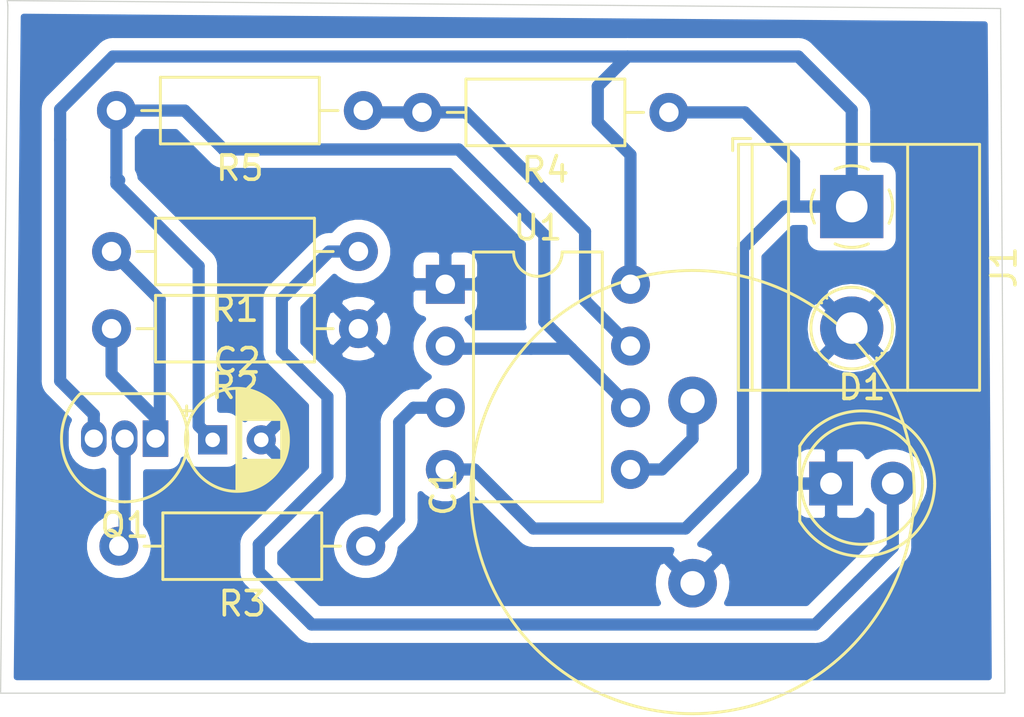
<source format=kicad_pcb>
(kicad_pcb (version 20171130) (host pcbnew "(5.1.12-5-g2758acfd42)-1")

  (general
    (thickness 1.6)
    (drawings 5)
    (tracks 83)
    (zones 0)
    (modules 11)
    (nets 8)
  )

  (page A4)
  (layers
    (0 F.Cu signal)
    (31 B.Cu signal)
    (32 B.Adhes user)
    (33 F.Adhes user)
    (34 B.Paste user)
    (35 F.Paste user)
    (36 B.SilkS user)
    (37 F.SilkS user)
    (38 B.Mask user)
    (39 F.Mask user)
    (40 Dwgs.User user)
    (41 Cmts.User user)
    (42 Eco1.User user)
    (43 Eco2.User user)
    (44 Edge.Cuts user)
    (45 Margin user)
    (46 B.CrtYd user)
    (47 F.CrtYd user)
    (48 B.Fab user)
    (49 F.Fab user)
  )

  (setup
    (last_trace_width 0.5)
    (trace_clearance 0.2)
    (zone_clearance 0.508)
    (zone_45_only no)
    (trace_min 0.2)
    (via_size 0.8)
    (via_drill 0.4)
    (via_min_size 0.4)
    (via_min_drill 0.3)
    (uvia_size 0.3)
    (uvia_drill 0.1)
    (uvias_allowed no)
    (uvia_min_size 0.2)
    (uvia_min_drill 0.1)
    (edge_width 0.05)
    (segment_width 0.2)
    (pcb_text_width 0.3)
    (pcb_text_size 1.5 1.5)
    (mod_edge_width 0.12)
    (mod_text_size 1 1)
    (mod_text_width 0.15)
    (pad_size 1.524 1.524)
    (pad_drill 0.762)
    (pad_to_mask_clearance 0)
    (aux_axis_origin 0 0)
    (visible_elements FFFFFF7F)
    (pcbplotparams
      (layerselection 0x010fc_ffffffff)
      (usegerberextensions false)
      (usegerberattributes true)
      (usegerberadvancedattributes true)
      (creategerberjobfile true)
      (excludeedgelayer true)
      (linewidth 0.100000)
      (plotframeref false)
      (viasonmask false)
      (mode 1)
      (useauxorigin false)
      (hpglpennumber 1)
      (hpglpenspeed 20)
      (hpglpendiameter 15.000000)
      (psnegative false)
      (psa4output false)
      (plotreference true)
      (plotvalue true)
      (plotinvisibletext false)
      (padsonsilk false)
      (subtractmaskfromsilk false)
      (outputformat 1)
      (mirror false)
      (drillshape 0)
      (scaleselection 1)
      (outputdirectory "pcbpoweralive/"))
  )

  (net 0 "")
  (net 1 GND)
  (net 2 +5V)
  (net 3 "Net-(D1-Pad2)")
  (net 4 "Net-(Q1-Pad2)")
  (net 5 "Net-(Q1-Pad1)")
  (net 6 "Net-(R3-Pad1)")
  (net 7 "Net-(R4-Pad2)")

  (net_class Default "This is the default net class."
    (clearance 0.2)
    (trace_width 0.5)
    (via_dia 0.8)
    (via_drill 0.4)
    (uvia_dia 0.3)
    (uvia_drill 0.1)
    (add_net +5V)
    (add_net GND)
    (add_net "Net-(D1-Pad2)")
    (add_net "Net-(Q1-Pad1)")
    (add_net "Net-(Q1-Pad2)")
    (add_net "Net-(R3-Pad1)")
    (add_net "Net-(R4-Pad2)")
  )

  (module Package_DIP:DIP-8_W7.62mm (layer F.Cu) (tedit 5A02E8C5) (tstamp 6449A68E)
    (at 212.45 98.65)
    (descr "8-lead though-hole mounted DIP package, row spacing 7.62 mm (300 mils)")
    (tags "THT DIP DIL PDIP 2.54mm 7.62mm 300mil")
    (path /64493256)
    (fp_text reference U1 (at 3.81 -2.33) (layer F.SilkS)
      (effects (font (size 1 1) (thickness 0.15)))
    )
    (fp_text value NE555P (at 3.81 9.95) (layer F.Fab)
      (effects (font (size 1 1) (thickness 0.15)))
    )
    (fp_text user %R (at 3.81 3.81) (layer F.Fab)
      (effects (font (size 1 1) (thickness 0.15)))
    )
    (fp_arc (start 3.81 -1.33) (end 2.81 -1.33) (angle -180) (layer F.SilkS) (width 0.12))
    (fp_line (start 1.635 -1.27) (end 6.985 -1.27) (layer F.Fab) (width 0.1))
    (fp_line (start 6.985 -1.27) (end 6.985 8.89) (layer F.Fab) (width 0.1))
    (fp_line (start 6.985 8.89) (end 0.635 8.89) (layer F.Fab) (width 0.1))
    (fp_line (start 0.635 8.89) (end 0.635 -0.27) (layer F.Fab) (width 0.1))
    (fp_line (start 0.635 -0.27) (end 1.635 -1.27) (layer F.Fab) (width 0.1))
    (fp_line (start 2.81 -1.33) (end 1.16 -1.33) (layer F.SilkS) (width 0.12))
    (fp_line (start 1.16 -1.33) (end 1.16 8.95) (layer F.SilkS) (width 0.12))
    (fp_line (start 1.16 8.95) (end 6.46 8.95) (layer F.SilkS) (width 0.12))
    (fp_line (start 6.46 8.95) (end 6.46 -1.33) (layer F.SilkS) (width 0.12))
    (fp_line (start 6.46 -1.33) (end 4.81 -1.33) (layer F.SilkS) (width 0.12))
    (fp_line (start -1.1 -1.55) (end -1.1 9.15) (layer F.CrtYd) (width 0.05))
    (fp_line (start -1.1 9.15) (end 8.7 9.15) (layer F.CrtYd) (width 0.05))
    (fp_line (start 8.7 9.15) (end 8.7 -1.55) (layer F.CrtYd) (width 0.05))
    (fp_line (start 8.7 -1.55) (end -1.1 -1.55) (layer F.CrtYd) (width 0.05))
    (pad 8 thru_hole oval (at 7.62 0) (size 1.6 1.6) (drill 0.8) (layers *.Cu *.Mask)
      (net 2 +5V))
    (pad 4 thru_hole oval (at 0 7.62) (size 1.6 1.6) (drill 0.8) (layers *.Cu *.Mask)
      (net 2 +5V))
    (pad 7 thru_hole oval (at 7.62 2.54) (size 1.6 1.6) (drill 0.8) (layers *.Cu *.Mask)
      (net 7 "Net-(R4-Pad2)"))
    (pad 3 thru_hole oval (at 0 5.08) (size 1.6 1.6) (drill 0.8) (layers *.Cu *.Mask)
      (net 6 "Net-(R3-Pad1)"))
    (pad 6 thru_hole oval (at 7.62 5.08) (size 1.6 1.6) (drill 0.8) (layers *.Cu *.Mask)
      (net 2 +5V))
    (pad 2 thru_hole oval (at 0 2.54) (size 1.6 1.6) (drill 0.8) (layers *.Cu *.Mask)
      (net 2 +5V))
    (pad 5 thru_hole oval (at 7.62 7.62) (size 1.6 1.6) (drill 0.8) (layers *.Cu *.Mask)
      (net 2 +5V))
    (pad 1 thru_hole rect (at 0 0) (size 1.6 1.6) (drill 0.8) (layers *.Cu *.Mask)
      (net 1 GND))
    (model ${KISYS3DMOD}/Package_DIP.3dshapes/DIP-8_W7.62mm.wrl
      (at (xyz 0 0 0))
      (scale (xyz 1 1 1))
      (rotate (xyz 0 0 0))
    )
  )

  (module Resistor_THT:R_Axial_DIN0207_L6.3mm_D2.5mm_P10.16mm_Horizontal (layer F.Cu) (tedit 5AE5139B) (tstamp 6449A62D)
    (at 208.875 100.475 180)
    (descr "Resistor, Axial_DIN0207 series, Axial, Horizontal, pin pitch=10.16mm, 0.25W = 1/4W, length*diameter=6.3*2.5mm^2, http://cdn-reichelt.de/documents/datenblatt/B400/1_4W%23YAG.pdf")
    (tags "Resistor Axial_DIN0207 series Axial Horizontal pin pitch 10.16mm 0.25W = 1/4W length 6.3mm diameter 2.5mm")
    (path /644AD1FD)
    (fp_text reference R2 (at 5.08 -2.37) (layer F.SilkS)
      (effects (font (size 1 1) (thickness 0.15)))
    )
    (fp_text value 22 (at 5.08 2.37) (layer F.Fab)
      (effects (font (size 1 1) (thickness 0.15)))
    )
    (fp_line (start 11.21 -1.5) (end -1.05 -1.5) (layer F.CrtYd) (width 0.05))
    (fp_line (start 11.21 1.5) (end 11.21 -1.5) (layer F.CrtYd) (width 0.05))
    (fp_line (start -1.05 1.5) (end 11.21 1.5) (layer F.CrtYd) (width 0.05))
    (fp_line (start -1.05 -1.5) (end -1.05 1.5) (layer F.CrtYd) (width 0.05))
    (fp_line (start 9.12 0) (end 8.35 0) (layer F.SilkS) (width 0.12))
    (fp_line (start 1.04 0) (end 1.81 0) (layer F.SilkS) (width 0.12))
    (fp_line (start 8.35 -1.37) (end 1.81 -1.37) (layer F.SilkS) (width 0.12))
    (fp_line (start 8.35 1.37) (end 8.35 -1.37) (layer F.SilkS) (width 0.12))
    (fp_line (start 1.81 1.37) (end 8.35 1.37) (layer F.SilkS) (width 0.12))
    (fp_line (start 1.81 -1.37) (end 1.81 1.37) (layer F.SilkS) (width 0.12))
    (fp_line (start 10.16 0) (end 8.23 0) (layer F.Fab) (width 0.1))
    (fp_line (start 0 0) (end 1.93 0) (layer F.Fab) (width 0.1))
    (fp_line (start 8.23 -1.25) (end 1.93 -1.25) (layer F.Fab) (width 0.1))
    (fp_line (start 8.23 1.25) (end 8.23 -1.25) (layer F.Fab) (width 0.1))
    (fp_line (start 1.93 1.25) (end 8.23 1.25) (layer F.Fab) (width 0.1))
    (fp_line (start 1.93 -1.25) (end 1.93 1.25) (layer F.Fab) (width 0.1))
    (fp_text user %R (at 5.08 0) (layer F.Fab)
      (effects (font (size 1 1) (thickness 0.15)))
    )
    (pad 1 thru_hole circle (at 0 0 180) (size 1.6 1.6) (drill 0.8) (layers *.Cu *.Mask)
      (net 1 GND))
    (pad 2 thru_hole oval (at 10.16 0 180) (size 1.6 1.6) (drill 0.8) (layers *.Cu *.Mask)
      (net 5 "Net-(Q1-Pad1)"))
    (model ${KISYS3DMOD}/Resistor_THT.3dshapes/R_Axial_DIN0207_L6.3mm_D2.5mm_P10.16mm_Horizontal.wrl
      (at (xyz 0 0 0))
      (scale (xyz 1 1 1))
      (rotate (xyz 0 0 0))
    )
  )

  (module Resistor_THT:R_Axial_DIN0207_L6.3mm_D2.5mm_P10.16mm_Horizontal (layer F.Cu) (tedit 5AE5139B) (tstamp 6449A672)
    (at 209.075 91.5 180)
    (descr "Resistor, Axial_DIN0207 series, Axial, Horizontal, pin pitch=10.16mm, 0.25W = 1/4W, length*diameter=6.3*2.5mm^2, http://cdn-reichelt.de/documents/datenblatt/B400/1_4W%23YAG.pdf")
    (tags "Resistor Axial_DIN0207 series Axial Horizontal pin pitch 10.16mm 0.25W = 1/4W length 6.3mm diameter 2.5mm")
    (path /64494DA2)
    (fp_text reference R5 (at 5.08 -2.37) (layer F.SilkS)
      (effects (font (size 1 1) (thickness 0.15)))
    )
    (fp_text value 33K (at 5.08 2.37) (layer F.Fab)
      (effects (font (size 1 1) (thickness 0.15)))
    )
    (fp_line (start 11.21 -1.5) (end -1.05 -1.5) (layer F.CrtYd) (width 0.05))
    (fp_line (start 11.21 1.5) (end 11.21 -1.5) (layer F.CrtYd) (width 0.05))
    (fp_line (start -1.05 1.5) (end 11.21 1.5) (layer F.CrtYd) (width 0.05))
    (fp_line (start -1.05 -1.5) (end -1.05 1.5) (layer F.CrtYd) (width 0.05))
    (fp_line (start 9.12 0) (end 8.35 0) (layer F.SilkS) (width 0.12))
    (fp_line (start 1.04 0) (end 1.81 0) (layer F.SilkS) (width 0.12))
    (fp_line (start 8.35 -1.37) (end 1.81 -1.37) (layer F.SilkS) (width 0.12))
    (fp_line (start 8.35 1.37) (end 8.35 -1.37) (layer F.SilkS) (width 0.12))
    (fp_line (start 1.81 1.37) (end 8.35 1.37) (layer F.SilkS) (width 0.12))
    (fp_line (start 1.81 -1.37) (end 1.81 1.37) (layer F.SilkS) (width 0.12))
    (fp_line (start 10.16 0) (end 8.23 0) (layer F.Fab) (width 0.1))
    (fp_line (start 0 0) (end 1.93 0) (layer F.Fab) (width 0.1))
    (fp_line (start 8.23 -1.25) (end 1.93 -1.25) (layer F.Fab) (width 0.1))
    (fp_line (start 8.23 1.25) (end 8.23 -1.25) (layer F.Fab) (width 0.1))
    (fp_line (start 1.93 1.25) (end 8.23 1.25) (layer F.Fab) (width 0.1))
    (fp_line (start 1.93 -1.25) (end 1.93 1.25) (layer F.Fab) (width 0.1))
    (fp_text user %R (at 5.08 0) (layer F.Fab)
      (effects (font (size 1 1) (thickness 0.15)))
    )
    (pad 1 thru_hole circle (at 0 0 180) (size 1.6 1.6) (drill 0.8) (layers *.Cu *.Mask)
      (net 7 "Net-(R4-Pad2)"))
    (pad 2 thru_hole oval (at 10.16 0 180) (size 1.6 1.6) (drill 0.8) (layers *.Cu *.Mask)
      (net 2 +5V))
    (model ${KISYS3DMOD}/Resistor_THT.3dshapes/R_Axial_DIN0207_L6.3mm_D2.5mm_P10.16mm_Horizontal.wrl
      (at (xyz 0 0 0))
      (scale (xyz 1 1 1))
      (rotate (xyz 0 0 0))
    )
  )

  (module LED_THT:LED_D5.0mm (layer F.Cu) (tedit 5995936A) (tstamp 6449A5C1)
    (at 228.325 106.85)
    (descr "LED, diameter 5.0mm, 2 pins, http://cdn-reichelt.de/documents/datenblatt/A500/LL-504BC2E-009.pdf")
    (tags "LED diameter 5.0mm 2 pins")
    (path /644AEE73)
    (fp_text reference D1 (at 1.27 -3.96) (layer F.SilkS)
      (effects (font (size 1 1) (thickness 0.15)))
    )
    (fp_text value LED (at 1.27 3.96) (layer F.Fab)
      (effects (font (size 1 1) (thickness 0.15)))
    )
    (fp_line (start 4.5 -3.25) (end -1.95 -3.25) (layer F.CrtYd) (width 0.05))
    (fp_line (start 4.5 3.25) (end 4.5 -3.25) (layer F.CrtYd) (width 0.05))
    (fp_line (start -1.95 3.25) (end 4.5 3.25) (layer F.CrtYd) (width 0.05))
    (fp_line (start -1.95 -3.25) (end -1.95 3.25) (layer F.CrtYd) (width 0.05))
    (fp_line (start -1.29 -1.545) (end -1.29 1.545) (layer F.SilkS) (width 0.12))
    (fp_line (start -1.23 -1.469694) (end -1.23 1.469694) (layer F.Fab) (width 0.1))
    (fp_circle (center 1.27 0) (end 3.77 0) (layer F.SilkS) (width 0.12))
    (fp_circle (center 1.27 0) (end 3.77 0) (layer F.Fab) (width 0.1))
    (fp_arc (start 1.27 0) (end -1.23 -1.469694) (angle 299.1) (layer F.Fab) (width 0.1))
    (fp_arc (start 1.27 0) (end -1.29 -1.54483) (angle 148.9) (layer F.SilkS) (width 0.12))
    (fp_arc (start 1.27 0) (end -1.29 1.54483) (angle -148.9) (layer F.SilkS) (width 0.12))
    (fp_text user %R (at 1.25 0) (layer F.Fab)
      (effects (font (size 0.8 0.8) (thickness 0.2)))
    )
    (pad 1 thru_hole rect (at 0 0) (size 1.8 1.8) (drill 0.9) (layers *.Cu *.Mask)
      (net 1 GND))
    (pad 2 thru_hole circle (at 2.54 0) (size 1.8 1.8) (drill 0.9) (layers *.Cu *.Mask)
      (net 3 "Net-(D1-Pad2)"))
    (model ${KISYS3DMOD}/LED_THT.3dshapes/LED_D5.0mm.wrl
      (at (xyz 0 0 0))
      (scale (xyz 1 1 1))
      (rotate (xyz 0 0 0))
    )
  )

  (module TerminalBlock_Phoenix:TerminalBlock_Phoenix_MKDS-1,5-2_1x02_P5.00mm_Horizontal (layer F.Cu) (tedit 5B294EE5) (tstamp 6449A5ED)
    (at 229.175 95.45 270)
    (descr "Terminal Block Phoenix MKDS-1,5-2, 2 pins, pitch 5mm, size 10x9.8mm^2, drill diamater 1.3mm, pad diameter 2.6mm, see http://www.farnell.com/datasheets/100425.pdf, script-generated using https://github.com/pointhi/kicad-footprint-generator/scripts/TerminalBlock_Phoenix")
    (tags "THT Terminal Block Phoenix MKDS-1,5-2 pitch 5mm size 10x9.8mm^2 drill 1.3mm pad 2.6mm")
    (path /644B5CF5)
    (fp_text reference J1 (at 2.5 -6.26 90) (layer F.SilkS)
      (effects (font (size 1 1) (thickness 0.15)))
    )
    (fp_text value Screw_Terminal_01x02 (at 2.5 5.66 90) (layer F.Fab)
      (effects (font (size 1 1) (thickness 0.15)))
    )
    (fp_line (start 8 -5.71) (end -3 -5.71) (layer F.CrtYd) (width 0.05))
    (fp_line (start 8 5.1) (end 8 -5.71) (layer F.CrtYd) (width 0.05))
    (fp_line (start -3 5.1) (end 8 5.1) (layer F.CrtYd) (width 0.05))
    (fp_line (start -3 -5.71) (end -3 5.1) (layer F.CrtYd) (width 0.05))
    (fp_line (start -2.8 4.9) (end -2.3 4.9) (layer F.SilkS) (width 0.12))
    (fp_line (start -2.8 4.16) (end -2.8 4.9) (layer F.SilkS) (width 0.12))
    (fp_line (start 3.773 1.023) (end 3.726 1.069) (layer F.SilkS) (width 0.12))
    (fp_line (start 6.07 -1.275) (end 6.035 -1.239) (layer F.SilkS) (width 0.12))
    (fp_line (start 3.966 1.239) (end 3.931 1.274) (layer F.SilkS) (width 0.12))
    (fp_line (start 6.275 -1.069) (end 6.228 -1.023) (layer F.SilkS) (width 0.12))
    (fp_line (start 5.955 -1.138) (end 3.863 0.955) (layer F.Fab) (width 0.1))
    (fp_line (start 6.138 -0.955) (end 4.046 1.138) (layer F.Fab) (width 0.1))
    (fp_line (start 0.955 -1.138) (end -1.138 0.955) (layer F.Fab) (width 0.1))
    (fp_line (start 1.138 -0.955) (end -0.955 1.138) (layer F.Fab) (width 0.1))
    (fp_line (start 7.56 -5.261) (end 7.56 4.66) (layer F.SilkS) (width 0.12))
    (fp_line (start -2.56 -5.261) (end -2.56 4.66) (layer F.SilkS) (width 0.12))
    (fp_line (start -2.56 4.66) (end 7.56 4.66) (layer F.SilkS) (width 0.12))
    (fp_line (start -2.56 -5.261) (end 7.56 -5.261) (layer F.SilkS) (width 0.12))
    (fp_line (start -2.56 -2.301) (end 7.56 -2.301) (layer F.SilkS) (width 0.12))
    (fp_line (start -2.5 -2.3) (end 7.5 -2.3) (layer F.Fab) (width 0.1))
    (fp_line (start -2.56 2.6) (end 7.56 2.6) (layer F.SilkS) (width 0.12))
    (fp_line (start -2.5 2.6) (end 7.5 2.6) (layer F.Fab) (width 0.1))
    (fp_line (start -2.56 4.1) (end 7.56 4.1) (layer F.SilkS) (width 0.12))
    (fp_line (start -2.5 4.1) (end 7.5 4.1) (layer F.Fab) (width 0.1))
    (fp_line (start -2.5 4.1) (end -2.5 -5.2) (layer F.Fab) (width 0.1))
    (fp_line (start -2 4.6) (end -2.5 4.1) (layer F.Fab) (width 0.1))
    (fp_line (start 7.5 4.6) (end -2 4.6) (layer F.Fab) (width 0.1))
    (fp_line (start 7.5 -5.2) (end 7.5 4.6) (layer F.Fab) (width 0.1))
    (fp_line (start -2.5 -5.2) (end 7.5 -5.2) (layer F.Fab) (width 0.1))
    (fp_circle (center 5 0) (end 6.68 0) (layer F.SilkS) (width 0.12))
    (fp_circle (center 5 0) (end 6.5 0) (layer F.Fab) (width 0.1))
    (fp_circle (center 0 0) (end 1.5 0) (layer F.Fab) (width 0.1))
    (fp_arc (start 0 0) (end 0 1.68) (angle -24) (layer F.SilkS) (width 0.12))
    (fp_arc (start 0 0) (end 1.535 0.684) (angle -48) (layer F.SilkS) (width 0.12))
    (fp_arc (start 0 0) (end 0.684 -1.535) (angle -48) (layer F.SilkS) (width 0.12))
    (fp_arc (start 0 0) (end -1.535 -0.684) (angle -48) (layer F.SilkS) (width 0.12))
    (fp_arc (start 0 0) (end -0.684 1.535) (angle -25) (layer F.SilkS) (width 0.12))
    (fp_text user %R (at 2.5 3.2 90) (layer F.Fab)
      (effects (font (size 1 1) (thickness 0.15)))
    )
    (pad 1 thru_hole rect (at 0 0 270) (size 2.6 2.6) (drill 1.3) (layers *.Cu *.Mask)
      (net 2 +5V))
    (pad 2 thru_hole circle (at 5 0 270) (size 2.6 2.6) (drill 1.3) (layers *.Cu *.Mask)
      (net 1 GND))
    (model ${KISYS3DMOD}/TerminalBlock_Phoenix.3dshapes/TerminalBlock_Phoenix_MKDS-1,5-2_1x02_P5.00mm_Horizontal.wrl
      (at (xyz 0 0 0))
      (scale (xyz 1 1 1))
      (rotate (xyz 0 0 0))
    )
  )

  (module Package_TO_SOT_THT:TO-92_Inline (layer F.Cu) (tedit 5A1DD157) (tstamp 6449A5FF)
    (at 200.525 105 180)
    (descr "TO-92 leads in-line, narrow, oval pads, drill 0.75mm (see NXP sot054_po.pdf)")
    (tags "to-92 sc-43 sc-43a sot54 PA33 transistor")
    (path /644A561A)
    (fp_text reference Q1 (at 1.27 -3.56) (layer F.SilkS)
      (effects (font (size 1 1) (thickness 0.15)))
    )
    (fp_text value BC327 (at 1.27 2.79) (layer F.Fab)
      (effects (font (size 1 1) (thickness 0.15)))
    )
    (fp_line (start 4 2.01) (end -1.46 2.01) (layer F.CrtYd) (width 0.05))
    (fp_line (start 4 2.01) (end 4 -2.73) (layer F.CrtYd) (width 0.05))
    (fp_line (start -1.46 -2.73) (end -1.46 2.01) (layer F.CrtYd) (width 0.05))
    (fp_line (start -1.46 -2.73) (end 4 -2.73) (layer F.CrtYd) (width 0.05))
    (fp_line (start -0.5 1.75) (end 3 1.75) (layer F.Fab) (width 0.1))
    (fp_line (start -0.53 1.85) (end 3.07 1.85) (layer F.SilkS) (width 0.12))
    (fp_text user %R (at 1.27 0) (layer F.Fab)
      (effects (font (size 1 1) (thickness 0.15)))
    )
    (fp_arc (start 1.27 0) (end 1.27 -2.48) (angle 135) (layer F.Fab) (width 0.1))
    (fp_arc (start 1.27 0) (end 1.27 -2.6) (angle -135) (layer F.SilkS) (width 0.12))
    (fp_arc (start 1.27 0) (end 1.27 -2.48) (angle -135) (layer F.Fab) (width 0.1))
    (fp_arc (start 1.27 0) (end 1.27 -2.6) (angle 135) (layer F.SilkS) (width 0.12))
    (pad 2 thru_hole oval (at 1.27 0 180) (size 1.05 1.5) (drill 0.75) (layers *.Cu *.Mask)
      (net 4 "Net-(Q1-Pad2)"))
    (pad 3 thru_hole oval (at 2.54 0 180) (size 1.05 1.5) (drill 0.75) (layers *.Cu *.Mask)
      (net 2 +5V))
    (pad 1 thru_hole rect (at 0 0 180) (size 1.05 1.5) (drill 0.75) (layers *.Cu *.Mask)
      (net 5 "Net-(Q1-Pad1)"))
    (model ${KISYS3DMOD}/Package_TO_SOT_THT.3dshapes/TO-92_Inline.wrl
      (at (xyz 0 0 0))
      (scale (xyz 1 1 1))
      (rotate (xyz 0 0 0))
    )
  )

  (module Resistor_THT:R_Axial_DIN0207_L6.3mm_D2.5mm_P10.16mm_Horizontal (layer F.Cu) (tedit 5AE5139B) (tstamp 6449A616)
    (at 208.875 97.3 180)
    (descr "Resistor, Axial_DIN0207 series, Axial, Horizontal, pin pitch=10.16mm, 0.25W = 1/4W, length*diameter=6.3*2.5mm^2, http://cdn-reichelt.de/documents/datenblatt/B400/1_4W%23YAG.pdf")
    (tags "Resistor Axial_DIN0207 series Axial Horizontal pin pitch 10.16mm 0.25W = 1/4W length 6.3mm diameter 2.5mm")
    (path /644ACAF1)
    (fp_text reference R1 (at 5.08 -2.37) (layer F.SilkS)
      (effects (font (size 1 1) (thickness 0.15)))
    )
    (fp_text value 390 (at 5.08 2.37) (layer F.Fab)
      (effects (font (size 1 1) (thickness 0.15)))
    )
    (fp_text user %R (at 5.08 0) (layer F.Fab)
      (effects (font (size 1 1) (thickness 0.15)))
    )
    (fp_line (start 1.93 -1.25) (end 1.93 1.25) (layer F.Fab) (width 0.1))
    (fp_line (start 1.93 1.25) (end 8.23 1.25) (layer F.Fab) (width 0.1))
    (fp_line (start 8.23 1.25) (end 8.23 -1.25) (layer F.Fab) (width 0.1))
    (fp_line (start 8.23 -1.25) (end 1.93 -1.25) (layer F.Fab) (width 0.1))
    (fp_line (start 0 0) (end 1.93 0) (layer F.Fab) (width 0.1))
    (fp_line (start 10.16 0) (end 8.23 0) (layer F.Fab) (width 0.1))
    (fp_line (start 1.81 -1.37) (end 1.81 1.37) (layer F.SilkS) (width 0.12))
    (fp_line (start 1.81 1.37) (end 8.35 1.37) (layer F.SilkS) (width 0.12))
    (fp_line (start 8.35 1.37) (end 8.35 -1.37) (layer F.SilkS) (width 0.12))
    (fp_line (start 8.35 -1.37) (end 1.81 -1.37) (layer F.SilkS) (width 0.12))
    (fp_line (start 1.04 0) (end 1.81 0) (layer F.SilkS) (width 0.12))
    (fp_line (start 9.12 0) (end 8.35 0) (layer F.SilkS) (width 0.12))
    (fp_line (start -1.05 -1.5) (end -1.05 1.5) (layer F.CrtYd) (width 0.05))
    (fp_line (start -1.05 1.5) (end 11.21 1.5) (layer F.CrtYd) (width 0.05))
    (fp_line (start 11.21 1.5) (end 11.21 -1.5) (layer F.CrtYd) (width 0.05))
    (fp_line (start 11.21 -1.5) (end -1.05 -1.5) (layer F.CrtYd) (width 0.05))
    (pad 2 thru_hole oval (at 10.16 0 180) (size 1.6 1.6) (drill 0.8) (layers *.Cu *.Mask)
      (net 5 "Net-(Q1-Pad1)"))
    (pad 1 thru_hole circle (at 0 0 180) (size 1.6 1.6) (drill 0.8) (layers *.Cu *.Mask)
      (net 3 "Net-(D1-Pad2)"))
    (model ${KISYS3DMOD}/Resistor_THT.3dshapes/R_Axial_DIN0207_L6.3mm_D2.5mm_P10.16mm_Horizontal.wrl
      (at (xyz 0 0 0))
      (scale (xyz 1 1 1))
      (rotate (xyz 0 0 0))
    )
  )

  (module Resistor_THT:R_Axial_DIN0207_L6.3mm_D2.5mm_P10.16mm_Horizontal (layer F.Cu) (tedit 5AE5139B) (tstamp 6449A644)
    (at 209.175 109.425 180)
    (descr "Resistor, Axial_DIN0207 series, Axial, Horizontal, pin pitch=10.16mm, 0.25W = 1/4W, length*diameter=6.3*2.5mm^2, http://cdn-reichelt.de/documents/datenblatt/B400/1_4W%23YAG.pdf")
    (tags "Resistor Axial_DIN0207 series Axial Horizontal pin pitch 10.16mm 0.25W = 1/4W length 6.3mm diameter 2.5mm")
    (path /64495705)
    (fp_text reference R3 (at 5.08 -2.37) (layer F.SilkS)
      (effects (font (size 1 1) (thickness 0.15)))
    )
    (fp_text value 1K (at 5.08 2.37) (layer F.Fab)
      (effects (font (size 1 1) (thickness 0.15)))
    )
    (fp_line (start 11.21 -1.5) (end -1.05 -1.5) (layer F.CrtYd) (width 0.05))
    (fp_line (start 11.21 1.5) (end 11.21 -1.5) (layer F.CrtYd) (width 0.05))
    (fp_line (start -1.05 1.5) (end 11.21 1.5) (layer F.CrtYd) (width 0.05))
    (fp_line (start -1.05 -1.5) (end -1.05 1.5) (layer F.CrtYd) (width 0.05))
    (fp_line (start 9.12 0) (end 8.35 0) (layer F.SilkS) (width 0.12))
    (fp_line (start 1.04 0) (end 1.81 0) (layer F.SilkS) (width 0.12))
    (fp_line (start 8.35 -1.37) (end 1.81 -1.37) (layer F.SilkS) (width 0.12))
    (fp_line (start 8.35 1.37) (end 8.35 -1.37) (layer F.SilkS) (width 0.12))
    (fp_line (start 1.81 1.37) (end 8.35 1.37) (layer F.SilkS) (width 0.12))
    (fp_line (start 1.81 -1.37) (end 1.81 1.37) (layer F.SilkS) (width 0.12))
    (fp_line (start 10.16 0) (end 8.23 0) (layer F.Fab) (width 0.1))
    (fp_line (start 0 0) (end 1.93 0) (layer F.Fab) (width 0.1))
    (fp_line (start 8.23 -1.25) (end 1.93 -1.25) (layer F.Fab) (width 0.1))
    (fp_line (start 8.23 1.25) (end 8.23 -1.25) (layer F.Fab) (width 0.1))
    (fp_line (start 1.93 1.25) (end 8.23 1.25) (layer F.Fab) (width 0.1))
    (fp_line (start 1.93 -1.25) (end 1.93 1.25) (layer F.Fab) (width 0.1))
    (fp_text user %R (at 5.08 0) (layer F.Fab)
      (effects (font (size 1 1) (thickness 0.15)))
    )
    (pad 1 thru_hole circle (at 0 0 180) (size 1.6 1.6) (drill 0.8) (layers *.Cu *.Mask)
      (net 6 "Net-(R3-Pad1)"))
    (pad 2 thru_hole oval (at 10.16 0 180) (size 1.6 1.6) (drill 0.8) (layers *.Cu *.Mask)
      (net 4 "Net-(Q1-Pad2)"))
    (model ${KISYS3DMOD}/Resistor_THT.3dshapes/R_Axial_DIN0207_L6.3mm_D2.5mm_P10.16mm_Horizontal.wrl
      (at (xyz 0 0 0))
      (scale (xyz 1 1 1))
      (rotate (xyz 0 0 0))
    )
  )

  (module Resistor_THT:R_Axial_DIN0207_L6.3mm_D2.5mm_P10.16mm_Horizontal (layer F.Cu) (tedit 5AE5139B) (tstamp 6449A65B)
    (at 221.65 91.575 180)
    (descr "Resistor, Axial_DIN0207 series, Axial, Horizontal, pin pitch=10.16mm, 0.25W = 1/4W, length*diameter=6.3*2.5mm^2, http://cdn-reichelt.de/documents/datenblatt/B400/1_4W%23YAG.pdf")
    (tags "Resistor Axial_DIN0207 series Axial Horizontal pin pitch 10.16mm 0.25W = 1/4W length 6.3mm diameter 2.5mm")
    (path /64493F50)
    (fp_text reference R4 (at 5.08 -2.37) (layer F.SilkS)
      (effects (font (size 1 1) (thickness 0.15)))
    )
    (fp_text value 220K (at 5.08 2.37) (layer F.Fab)
      (effects (font (size 1 1) (thickness 0.15)))
    )
    (fp_line (start 11.21 -1.5) (end -1.05 -1.5) (layer F.CrtYd) (width 0.05))
    (fp_line (start 11.21 1.5) (end 11.21 -1.5) (layer F.CrtYd) (width 0.05))
    (fp_line (start -1.05 1.5) (end 11.21 1.5) (layer F.CrtYd) (width 0.05))
    (fp_line (start -1.05 -1.5) (end -1.05 1.5) (layer F.CrtYd) (width 0.05))
    (fp_line (start 9.12 0) (end 8.35 0) (layer F.SilkS) (width 0.12))
    (fp_line (start 1.04 0) (end 1.81 0) (layer F.SilkS) (width 0.12))
    (fp_line (start 8.35 -1.37) (end 1.81 -1.37) (layer F.SilkS) (width 0.12))
    (fp_line (start 8.35 1.37) (end 8.35 -1.37) (layer F.SilkS) (width 0.12))
    (fp_line (start 1.81 1.37) (end 8.35 1.37) (layer F.SilkS) (width 0.12))
    (fp_line (start 1.81 -1.37) (end 1.81 1.37) (layer F.SilkS) (width 0.12))
    (fp_line (start 10.16 0) (end 8.23 0) (layer F.Fab) (width 0.1))
    (fp_line (start 0 0) (end 1.93 0) (layer F.Fab) (width 0.1))
    (fp_line (start 8.23 -1.25) (end 1.93 -1.25) (layer F.Fab) (width 0.1))
    (fp_line (start 8.23 1.25) (end 8.23 -1.25) (layer F.Fab) (width 0.1))
    (fp_line (start 1.93 1.25) (end 8.23 1.25) (layer F.Fab) (width 0.1))
    (fp_line (start 1.93 -1.25) (end 1.93 1.25) (layer F.Fab) (width 0.1))
    (fp_text user %R (at 5.08 0) (layer F.Fab)
      (effects (font (size 1 1) (thickness 0.15)))
    )
    (pad 1 thru_hole circle (at 0 0 180) (size 1.6 1.6) (drill 0.8) (layers *.Cu *.Mask)
      (net 2 +5V))
    (pad 2 thru_hole oval (at 10.16 0 180) (size 1.6 1.6) (drill 0.8) (layers *.Cu *.Mask)
      (net 7 "Net-(R4-Pad2)"))
    (model ${KISYS3DMOD}/Resistor_THT.3dshapes/R_Axial_DIN0207_L6.3mm_D2.5mm_P10.16mm_Horizontal.wrl
      (at (xyz 0 0 0))
      (scale (xyz 1 1 1))
      (rotate (xyz 0 0 0))
    )
  )

  (module Capacitor_THT:CP_Radial_D4.0mm_P2.00mm (layer F.Cu) (tedit 5AE50EF0) (tstamp 6449BFC1)
    (at 202.875 105.05)
    (descr "CP, Radial series, Radial, pin pitch=2.00mm, , diameter=4mm, Electrolytic Capacitor")
    (tags "CP Radial series Radial pin pitch 2.00mm  diameter 4mm Electrolytic Capacitor")
    (path /6449C994)
    (fp_text reference C2 (at 1 -3.25) (layer F.SilkS)
      (effects (font (size 1 1) (thickness 0.15)))
    )
    (fp_text value "47 uF" (at 1 3.25) (layer F.Fab)
      (effects (font (size 1 1) (thickness 0.15)))
    )
    (fp_text user %R (at 1 0) (layer F.Fab)
      (effects (font (size 0.8 0.8) (thickness 0.12)))
    )
    (fp_circle (center 1 0) (end 3 0) (layer F.Fab) (width 0.1))
    (fp_circle (center 1 0) (end 3.12 0) (layer F.SilkS) (width 0.12))
    (fp_circle (center 1 0) (end 3.25 0) (layer F.CrtYd) (width 0.05))
    (fp_line (start -0.702554 -0.8675) (end -0.302554 -0.8675) (layer F.Fab) (width 0.1))
    (fp_line (start -0.502554 -1.0675) (end -0.502554 -0.6675) (layer F.Fab) (width 0.1))
    (fp_line (start 1 -2.08) (end 1 2.08) (layer F.SilkS) (width 0.12))
    (fp_line (start 1.04 -2.08) (end 1.04 2.08) (layer F.SilkS) (width 0.12))
    (fp_line (start 1.08 -2.079) (end 1.08 2.079) (layer F.SilkS) (width 0.12))
    (fp_line (start 1.12 -2.077) (end 1.12 2.077) (layer F.SilkS) (width 0.12))
    (fp_line (start 1.16 -2.074) (end 1.16 2.074) (layer F.SilkS) (width 0.12))
    (fp_line (start 1.2 -2.071) (end 1.2 -0.84) (layer F.SilkS) (width 0.12))
    (fp_line (start 1.2 0.84) (end 1.2 2.071) (layer F.SilkS) (width 0.12))
    (fp_line (start 1.24 -2.067) (end 1.24 -0.84) (layer F.SilkS) (width 0.12))
    (fp_line (start 1.24 0.84) (end 1.24 2.067) (layer F.SilkS) (width 0.12))
    (fp_line (start 1.28 -2.062) (end 1.28 -0.84) (layer F.SilkS) (width 0.12))
    (fp_line (start 1.28 0.84) (end 1.28 2.062) (layer F.SilkS) (width 0.12))
    (fp_line (start 1.32 -2.056) (end 1.32 -0.84) (layer F.SilkS) (width 0.12))
    (fp_line (start 1.32 0.84) (end 1.32 2.056) (layer F.SilkS) (width 0.12))
    (fp_line (start 1.36 -2.05) (end 1.36 -0.84) (layer F.SilkS) (width 0.12))
    (fp_line (start 1.36 0.84) (end 1.36 2.05) (layer F.SilkS) (width 0.12))
    (fp_line (start 1.4 -2.042) (end 1.4 -0.84) (layer F.SilkS) (width 0.12))
    (fp_line (start 1.4 0.84) (end 1.4 2.042) (layer F.SilkS) (width 0.12))
    (fp_line (start 1.44 -2.034) (end 1.44 -0.84) (layer F.SilkS) (width 0.12))
    (fp_line (start 1.44 0.84) (end 1.44 2.034) (layer F.SilkS) (width 0.12))
    (fp_line (start 1.48 -2.025) (end 1.48 -0.84) (layer F.SilkS) (width 0.12))
    (fp_line (start 1.48 0.84) (end 1.48 2.025) (layer F.SilkS) (width 0.12))
    (fp_line (start 1.52 -2.016) (end 1.52 -0.84) (layer F.SilkS) (width 0.12))
    (fp_line (start 1.52 0.84) (end 1.52 2.016) (layer F.SilkS) (width 0.12))
    (fp_line (start 1.56 -2.005) (end 1.56 -0.84) (layer F.SilkS) (width 0.12))
    (fp_line (start 1.56 0.84) (end 1.56 2.005) (layer F.SilkS) (width 0.12))
    (fp_line (start 1.6 -1.994) (end 1.6 -0.84) (layer F.SilkS) (width 0.12))
    (fp_line (start 1.6 0.84) (end 1.6 1.994) (layer F.SilkS) (width 0.12))
    (fp_line (start 1.64 -1.982) (end 1.64 -0.84) (layer F.SilkS) (width 0.12))
    (fp_line (start 1.64 0.84) (end 1.64 1.982) (layer F.SilkS) (width 0.12))
    (fp_line (start 1.68 -1.968) (end 1.68 -0.84) (layer F.SilkS) (width 0.12))
    (fp_line (start 1.68 0.84) (end 1.68 1.968) (layer F.SilkS) (width 0.12))
    (fp_line (start 1.721 -1.954) (end 1.721 -0.84) (layer F.SilkS) (width 0.12))
    (fp_line (start 1.721 0.84) (end 1.721 1.954) (layer F.SilkS) (width 0.12))
    (fp_line (start 1.761 -1.94) (end 1.761 -0.84) (layer F.SilkS) (width 0.12))
    (fp_line (start 1.761 0.84) (end 1.761 1.94) (layer F.SilkS) (width 0.12))
    (fp_line (start 1.801 -1.924) (end 1.801 -0.84) (layer F.SilkS) (width 0.12))
    (fp_line (start 1.801 0.84) (end 1.801 1.924) (layer F.SilkS) (width 0.12))
    (fp_line (start 1.841 -1.907) (end 1.841 -0.84) (layer F.SilkS) (width 0.12))
    (fp_line (start 1.841 0.84) (end 1.841 1.907) (layer F.SilkS) (width 0.12))
    (fp_line (start 1.881 -1.889) (end 1.881 -0.84) (layer F.SilkS) (width 0.12))
    (fp_line (start 1.881 0.84) (end 1.881 1.889) (layer F.SilkS) (width 0.12))
    (fp_line (start 1.921 -1.87) (end 1.921 -0.84) (layer F.SilkS) (width 0.12))
    (fp_line (start 1.921 0.84) (end 1.921 1.87) (layer F.SilkS) (width 0.12))
    (fp_line (start 1.961 -1.851) (end 1.961 -0.84) (layer F.SilkS) (width 0.12))
    (fp_line (start 1.961 0.84) (end 1.961 1.851) (layer F.SilkS) (width 0.12))
    (fp_line (start 2.001 -1.83) (end 2.001 -0.84) (layer F.SilkS) (width 0.12))
    (fp_line (start 2.001 0.84) (end 2.001 1.83) (layer F.SilkS) (width 0.12))
    (fp_line (start 2.041 -1.808) (end 2.041 -0.84) (layer F.SilkS) (width 0.12))
    (fp_line (start 2.041 0.84) (end 2.041 1.808) (layer F.SilkS) (width 0.12))
    (fp_line (start 2.081 -1.785) (end 2.081 -0.84) (layer F.SilkS) (width 0.12))
    (fp_line (start 2.081 0.84) (end 2.081 1.785) (layer F.SilkS) (width 0.12))
    (fp_line (start 2.121 -1.76) (end 2.121 -0.84) (layer F.SilkS) (width 0.12))
    (fp_line (start 2.121 0.84) (end 2.121 1.76) (layer F.SilkS) (width 0.12))
    (fp_line (start 2.161 -1.735) (end 2.161 -0.84) (layer F.SilkS) (width 0.12))
    (fp_line (start 2.161 0.84) (end 2.161 1.735) (layer F.SilkS) (width 0.12))
    (fp_line (start 2.201 -1.708) (end 2.201 -0.84) (layer F.SilkS) (width 0.12))
    (fp_line (start 2.201 0.84) (end 2.201 1.708) (layer F.SilkS) (width 0.12))
    (fp_line (start 2.241 -1.68) (end 2.241 -0.84) (layer F.SilkS) (width 0.12))
    (fp_line (start 2.241 0.84) (end 2.241 1.68) (layer F.SilkS) (width 0.12))
    (fp_line (start 2.281 -1.65) (end 2.281 -0.84) (layer F.SilkS) (width 0.12))
    (fp_line (start 2.281 0.84) (end 2.281 1.65) (layer F.SilkS) (width 0.12))
    (fp_line (start 2.321 -1.619) (end 2.321 -0.84) (layer F.SilkS) (width 0.12))
    (fp_line (start 2.321 0.84) (end 2.321 1.619) (layer F.SilkS) (width 0.12))
    (fp_line (start 2.361 -1.587) (end 2.361 -0.84) (layer F.SilkS) (width 0.12))
    (fp_line (start 2.361 0.84) (end 2.361 1.587) (layer F.SilkS) (width 0.12))
    (fp_line (start 2.401 -1.552) (end 2.401 -0.84) (layer F.SilkS) (width 0.12))
    (fp_line (start 2.401 0.84) (end 2.401 1.552) (layer F.SilkS) (width 0.12))
    (fp_line (start 2.441 -1.516) (end 2.441 -0.84) (layer F.SilkS) (width 0.12))
    (fp_line (start 2.441 0.84) (end 2.441 1.516) (layer F.SilkS) (width 0.12))
    (fp_line (start 2.481 -1.478) (end 2.481 -0.84) (layer F.SilkS) (width 0.12))
    (fp_line (start 2.481 0.84) (end 2.481 1.478) (layer F.SilkS) (width 0.12))
    (fp_line (start 2.521 -1.438) (end 2.521 -0.84) (layer F.SilkS) (width 0.12))
    (fp_line (start 2.521 0.84) (end 2.521 1.438) (layer F.SilkS) (width 0.12))
    (fp_line (start 2.561 -1.396) (end 2.561 -0.84) (layer F.SilkS) (width 0.12))
    (fp_line (start 2.561 0.84) (end 2.561 1.396) (layer F.SilkS) (width 0.12))
    (fp_line (start 2.601 -1.351) (end 2.601 -0.84) (layer F.SilkS) (width 0.12))
    (fp_line (start 2.601 0.84) (end 2.601 1.351) (layer F.SilkS) (width 0.12))
    (fp_line (start 2.641 -1.304) (end 2.641 -0.84) (layer F.SilkS) (width 0.12))
    (fp_line (start 2.641 0.84) (end 2.641 1.304) (layer F.SilkS) (width 0.12))
    (fp_line (start 2.681 -1.254) (end 2.681 -0.84) (layer F.SilkS) (width 0.12))
    (fp_line (start 2.681 0.84) (end 2.681 1.254) (layer F.SilkS) (width 0.12))
    (fp_line (start 2.721 -1.2) (end 2.721 -0.84) (layer F.SilkS) (width 0.12))
    (fp_line (start 2.721 0.84) (end 2.721 1.2) (layer F.SilkS) (width 0.12))
    (fp_line (start 2.761 -1.142) (end 2.761 -0.84) (layer F.SilkS) (width 0.12))
    (fp_line (start 2.761 0.84) (end 2.761 1.142) (layer F.SilkS) (width 0.12))
    (fp_line (start 2.801 -1.08) (end 2.801 -0.84) (layer F.SilkS) (width 0.12))
    (fp_line (start 2.801 0.84) (end 2.801 1.08) (layer F.SilkS) (width 0.12))
    (fp_line (start 2.841 -1.013) (end 2.841 1.013) (layer F.SilkS) (width 0.12))
    (fp_line (start 2.881 -0.94) (end 2.881 0.94) (layer F.SilkS) (width 0.12))
    (fp_line (start 2.921 -0.859) (end 2.921 0.859) (layer F.SilkS) (width 0.12))
    (fp_line (start 2.961 -0.768) (end 2.961 0.768) (layer F.SilkS) (width 0.12))
    (fp_line (start 3.001 -0.664) (end 3.001 0.664) (layer F.SilkS) (width 0.12))
    (fp_line (start 3.041 -0.537) (end 3.041 0.537) (layer F.SilkS) (width 0.12))
    (fp_line (start 3.081 -0.37) (end 3.081 0.37) (layer F.SilkS) (width 0.12))
    (fp_line (start -1.269801 -1.195) (end -0.869801 -1.195) (layer F.SilkS) (width 0.12))
    (fp_line (start -1.069801 -1.395) (end -1.069801 -0.995) (layer F.SilkS) (width 0.12))
    (pad 2 thru_hole circle (at 2 0) (size 1.2 1.2) (drill 0.6) (layers *.Cu *.Mask)
      (net 1 GND))
    (pad 1 thru_hole rect (at 0 0) (size 1.2 1.2) (drill 0.6) (layers *.Cu *.Mask)
      (net 2 +5V))
    (model ${KISYS3DMOD}/Capacitor_THT.3dshapes/CP_Radial_D4.0mm_P2.00mm.wrl
      (at (xyz 0 0 0))
      (scale (xyz 1 1 1))
      (rotate (xyz 0 0 0))
    )
  )

  (module Capacitor_THT:C_Radial_D18.0mm_H35.5mm_P7.50mm (layer F.Cu) (tedit 5BC5C9BA) (tstamp 6449C720)
    (at 222.625 110.95 90)
    (descr "C, Radial series, Radial, pin pitch=7.50mm, diameter=18mm, height=35.5mm, Non-Polar Electrolytic Capacitor")
    (tags "C Radial series Radial pin pitch 7.50mm diameter 18mm height 35.5mm Non-Polar Electrolytic Capacitor")
    (path /6449C3CC)
    (fp_text reference C1 (at 3.75 -10.25 90) (layer F.SilkS)
      (effects (font (size 1 1) (thickness 0.15)))
    )
    (fp_text value "0.1 uF" (at 3.75 10.25 90) (layer F.Fab)
      (effects (font (size 1 1) (thickness 0.15)))
    )
    (fp_circle (center 3.75 0) (end 13 0) (layer F.CrtYd) (width 0.05))
    (fp_circle (center 3.75 0) (end 12.87 0) (layer F.SilkS) (width 0.12))
    (fp_circle (center 3.75 0) (end 12.75 0) (layer F.Fab) (width 0.1))
    (fp_text user %R (at 3.75 0 90) (layer F.Fab)
      (effects (font (size 1 1) (thickness 0.15)))
    )
    (pad 1 thru_hole circle (at 0 0 90) (size 2 2) (drill 1) (layers *.Cu *.Mask)
      (net 1 GND))
    (pad 2 thru_hole circle (at 7.5 0 90) (size 2 2) (drill 1) (layers *.Cu *.Mask)
      (net 2 +5V))
    (model ${KISYS3DMOD}/Capacitor_THT.3dshapes/C_Radial_D18.0mm_H35.5mm_P7.50mm.wrl
      (at (xyz 0 0 0))
      (scale (xyz 1 1 1))
      (rotate (xyz 0 0 0))
    )
  )

  (gr_line (start 194.425 86.975) (end 194.45 87.2) (layer Edge.Cuts) (width 0.05))
  (gr_line (start 235.3 87.3) (end 194.425 86.975) (layer Edge.Cuts) (width 0.05))
  (gr_line (start 235.475 115.475) (end 235.3 87.3) (layer Edge.Cuts) (width 0.05))
  (gr_line (start 194.15 115.475) (end 235.475 115.475) (layer Edge.Cuts) (width 0.05))
  (gr_line (start 194.45 87.15) (end 194.15 115.475) (layer Edge.Cuts) (width 0.05))

  (segment (start 228.975 95.25) (end 229.175 95.45) (width 0.5) (layer B.Cu) (net 2))
  (segment (start 229.175 95.45) (end 226.8 95.45) (width 0.5) (layer B.Cu) (net 2))
  (segment (start 220.07 103.73) (end 217.64 101.3) (width 0.5) (layer B.Cu) (net 2))
  (segment (start 212.56 101.3) (end 212.45 101.19) (width 0.5) (layer B.Cu) (net 2))
  (segment (start 217.64 101.3) (end 215.975 101.3) (width 0.5) (layer B.Cu) (net 2))
  (segment (start 215.975 101.3) (end 212.56 101.3) (width 0.5) (layer B.Cu) (net 2))
  (segment (start 229.175 96.275) (end 229.175 95.45) (width 0.5) (layer B.Cu) (net 2))
  (segment (start 220.07 106.27) (end 220.755 106.27) (width 0.5) (layer B.Cu) (net 2))
  (segment (start 227.5 95.45) (end 229.175 95.45) (width 0.5) (layer B.Cu) (net 2))
  (segment (start 227.35 95.45) (end 227.5 95.45) (width 0.5) (layer B.Cu) (net 2))
  (segment (start 199.385 104.975) (end 198.95 104.975) (width 0.5) (layer B.Cu) (net 4))
  (segment (start 196.6 102.625) (end 196.6 92.7) (width 0.5) (layer B.Cu) (net 2))
  (segment (start 197.985 104.01) (end 196.6 102.625) (width 0.5) (layer B.Cu) (net 2))
  (segment (start 197.985 105) (end 197.985 104.01) (width 0.5) (layer B.Cu) (net 2))
  (segment (start 196.6 91.45) (end 196.703801 91.346199) (width 0.5) (layer B.Cu) (net 2))
  (segment (start 196.6 92.7) (end 196.6 91.45) (width 0.5) (layer B.Cu) (net 2))
  (segment (start 229.175 95.45) (end 229.175 91.475) (width 0.5) (layer B.Cu) (net 2))
  (segment (start 229.175 91.475) (end 226.975 89.275) (width 0.5) (layer B.Cu) (net 2))
  (segment (start 198.775 89.275) (end 196.6 91.45) (width 0.5) (layer B.Cu) (net 2))
  (segment (start 226.8 95.45) (end 226.8 93.6) (width 0.5) (layer B.Cu) (net 2))
  (segment (start 224.775 91.575) (end 221.65 91.575) (width 0.5) (layer B.Cu) (net 2))
  (segment (start 226.8 93.6) (end 224.775 91.575) (width 0.5) (layer B.Cu) (net 2))
  (segment (start 198.915 94.25) (end 199.0325 94.3675) (width 0.5) (layer B.Cu) (net 2))
  (segment (start 198.915 91.5) (end 198.915 94.25) (width 0.5) (layer B.Cu) (net 2))
  (segment (start 216.525 96.625) (end 213 93.1) (width 0.5) (layer B.Cu) (net 2))
  (segment (start 216.525 100.185) (end 216.525 96.625) (width 0.5) (layer B.Cu) (net 2))
  (segment (start 217.64 101.3) (end 216.525 100.185) (width 0.5) (layer B.Cu) (net 2))
  (segment (start 198.915 94.25) (end 198.915 94.515) (width 0.5) (layer B.Cu) (net 2))
  (segment (start 198.915 94.515) (end 202.3 97.9) (width 0.5) (layer B.Cu) (net 2))
  (segment (start 202.3 104.475) (end 202.875 105.05) (width 0.5) (layer B.Cu) (net 2))
  (segment (start 202.3 97.9) (end 202.3 104.475) (width 0.5) (layer B.Cu) (net 2))
  (segment (start 220.07 98.65) (end 220.07 93.32) (width 0.5) (layer B.Cu) (net 2))
  (segment (start 220.07 93.32) (end 218.725 91.975) (width 0.5) (layer B.Cu) (net 2))
  (segment (start 218.725 90.5) (end 219.95 89.275) (width 0.5) (layer B.Cu) (net 2))
  (segment (start 218.725 91.975) (end 218.725 90.5) (width 0.5) (layer B.Cu) (net 2))
  (segment (start 219.95 89.275) (end 198.775 89.275) (width 0.5) (layer B.Cu) (net 2))
  (segment (start 226.975 89.275) (end 219.95 89.275) (width 0.5) (layer B.Cu) (net 2))
  (segment (start 226.4 95.45) (end 229.175 95.45) (width 0.5) (layer B.Cu) (net 2))
  (segment (start 224.7 97.15) (end 226.4 95.45) (width 0.5) (layer B.Cu) (net 2))
  (segment (start 224.7 106.328998) (end 224.7 97.15) (width 0.5) (layer B.Cu) (net 2))
  (segment (start 222.328998 108.7) (end 224.7 106.328998) (width 0.5) (layer B.Cu) (net 2))
  (segment (start 216.075 108.7) (end 222.328998 108.7) (width 0.5) (layer B.Cu) (net 2))
  (segment (start 213.645 106.27) (end 216.075 108.7) (width 0.5) (layer B.Cu) (net 2))
  (segment (start 212.45 106.27) (end 213.645 106.27) (width 0.5) (layer B.Cu) (net 2))
  (segment (start 201.725 91.5) (end 198.915 91.5) (width 0.5) (layer B.Cu) (net 2))
  (segment (start 203.325 93.1) (end 201.725 91.5) (width 0.5) (layer B.Cu) (net 2))
  (segment (start 213 93.1) (end 203.325 93.1) (width 0.5) (layer B.Cu) (net 2))
  (segment (start 220.07 106.27) (end 221.355 106.27) (width 0.5) (layer B.Cu) (net 2))
  (segment (start 222.625 105) (end 222.625 103.45) (width 0.5) (layer B.Cu) (net 2))
  (segment (start 221.355 106.27) (end 222.625 105) (width 0.5) (layer B.Cu) (net 2))
  (segment (start 230.865 109.46) (end 230.865 106.85) (width 0.5) (layer B.Cu) (net 3))
  (segment (start 228.8 111.525) (end 229.0375 111.2875) (width 0.5) (layer B.Cu) (net 3))
  (segment (start 227.675 112.65) (end 229.45 110.875) (width 0.5) (layer B.Cu) (net 3))
  (segment (start 206.95 112.65) (end 227.675 112.65) (width 0.5) (layer B.Cu) (net 3))
  (segment (start 204.775 110.475) (end 206.95 112.65) (width 0.5) (layer B.Cu) (net 3))
  (segment (start 204.775 109.35) (end 204.775 110.475) (width 0.5) (layer B.Cu) (net 3))
  (segment (start 205.725 101.4) (end 207.6 103.275) (width 0.5) (layer B.Cu) (net 3))
  (segment (start 205.725 99.25) (end 205.725 101.4) (width 0.5) (layer B.Cu) (net 3))
  (segment (start 207.675 97.3) (end 205.725 99.25) (width 0.5) (layer B.Cu) (net 3))
  (segment (start 207.6 103.275) (end 207.6 106.525) (width 0.5) (layer B.Cu) (net 3))
  (segment (start 208.875 97.3) (end 207.675 97.3) (width 0.5) (layer B.Cu) (net 3))
  (segment (start 207.6 106.525) (end 204.775 109.35) (width 0.5) (layer B.Cu) (net 3))
  (segment (start 229.45 110.875) (end 230.865 109.46) (width 0.5) (layer B.Cu) (net 3))
  (segment (start 229.0375 111.2875) (end 229.45 110.875) (width 0.5) (layer B.Cu) (net 3))
  (segment (start 199.255 109.185) (end 199.015 109.425) (width 0.5) (layer B.Cu) (net 4))
  (segment (start 199.255 105) (end 199.255 109.185) (width 0.5) (layer B.Cu) (net 4))
  (segment (start 198.715 100.475) (end 198.715 102.34) (width 0.5) (layer B.Cu) (net 5))
  (segment (start 200.525 104.15) (end 200.525 105) (width 0.5) (layer B.Cu) (net 5))
  (segment (start 198.715 102.34) (end 200.525 104.15) (width 0.5) (layer B.Cu) (net 5))
  (segment (start 198.715 97.3) (end 200.7 99.285) (width 0.5) (layer B.Cu) (net 5))
  (segment (start 200.7 104.825) (end 200.525 105) (width 0.5) (layer B.Cu) (net 5))
  (segment (start 200.7 99.285) (end 200.7 104.825) (width 0.5) (layer B.Cu) (net 5))
  (segment (start 210.55 108.325) (end 209.45 109.425) (width 0.5) (layer B.Cu) (net 6))
  (segment (start 210.55 104.325) (end 210.55 108.325) (width 0.5) (layer B.Cu) (net 6))
  (segment (start 209.45 109.425) (end 209.175 109.425) (width 0.5) (layer B.Cu) (net 6))
  (segment (start 211.145 103.73) (end 210.55 104.325) (width 0.5) (layer B.Cu) (net 6))
  (segment (start 212.45 103.73) (end 211.145 103.73) (width 0.5) (layer B.Cu) (net 6))
  (segment (start 209.15 91.575) (end 209.075 91.5) (width 0.5) (layer B.Cu) (net 7))
  (segment (start 211.49 91.575) (end 209.15 91.575) (width 0.5) (layer B.Cu) (net 7))
  (segment (start 220.07 101.19) (end 218.2 99.32) (width 0.5) (layer B.Cu) (net 7))
  (segment (start 218.2 99.32) (end 218.2 96.475) (width 0.5) (layer B.Cu) (net 7))
  (segment (start 213.3 91.575) (end 211.49 91.575) (width 0.5) (layer B.Cu) (net 7))
  (segment (start 218.2 96.475) (end 213.3 91.575) (width 0.5) (layer B.Cu) (net 7))

  (zone (net 1) (net_name GND) (layer B.Cu) (tstamp 0) (hatch edge 0.508)
    (connect_pads (clearance 0.508))
    (min_thickness 0.254)
    (fill yes (arc_segments 32) (thermal_gap 0.508) (thermal_bridge_width 0.508))
    (polygon
      (pts
        (xy 235.325 87.3) (xy 235.475 115.475) (xy 194.15 115.475) (xy 194.425 86.975) (xy 194.45 86.975)
      )
    )
    (filled_polygon
      (pts
        (xy 234.644055 87.954805) (xy 234.810889 114.815) (xy 194.817027 114.815) (xy 195.064493 91.45) (xy 195.710719 91.45)
        (xy 195.715001 91.493478) (xy 195.715 92.743476) (xy 195.715001 92.743486) (xy 195.715 102.581531) (xy 195.710719 102.625)
        (xy 195.715 102.668469) (xy 195.715 102.668476) (xy 195.716166 102.680313) (xy 195.727805 102.79849) (xy 195.741914 102.845)
        (xy 195.778411 102.965312) (xy 195.860589 103.119058) (xy 195.971183 103.253817) (xy 196.004956 103.281534) (xy 196.95836 104.234939)
        (xy 196.908115 104.32894) (xy 196.841785 104.5476) (xy 196.825 104.718021) (xy 196.825 105.281978) (xy 196.841785 105.452399)
        (xy 196.908115 105.671059) (xy 197.015829 105.872578) (xy 197.160788 106.049212) (xy 197.337421 106.194171) (xy 197.53894 106.301885)
        (xy 197.7576 106.368215) (xy 197.985 106.390612) (xy 198.212399 106.368215) (xy 198.37 106.320407) (xy 198.370001 108.138935)
        (xy 198.335273 108.15332) (xy 198.100241 108.310363) (xy 197.900363 108.510241) (xy 197.74332 108.745273) (xy 197.635147 109.006426)
        (xy 197.58 109.283665) (xy 197.58 109.566335) (xy 197.635147 109.843574) (xy 197.74332 110.104727) (xy 197.900363 110.339759)
        (xy 198.100241 110.539637) (xy 198.335273 110.69668) (xy 198.596426 110.804853) (xy 198.873665 110.86) (xy 199.156335 110.86)
        (xy 199.433574 110.804853) (xy 199.694727 110.69668) (xy 199.929759 110.539637) (xy 200.129637 110.339759) (xy 200.28668 110.104727)
        (xy 200.394853 109.843574) (xy 200.45 109.566335) (xy 200.45 109.35) (xy 203.885719 109.35) (xy 203.89 109.39347)
        (xy 203.890001 110.431522) (xy 203.885719 110.475) (xy 203.902805 110.64849) (xy 203.953412 110.815313) (xy 204.03559 110.969059)
        (xy 204.118468 111.070046) (xy 204.118471 111.070049) (xy 204.146184 111.103817) (xy 204.179951 111.131529) (xy 206.29347 113.245049)
        (xy 206.321183 113.278817) (xy 206.354951 113.30653) (xy 206.354953 113.306532) (xy 206.426452 113.36521) (xy 206.455941 113.389411)
        (xy 206.609687 113.471589) (xy 206.77651 113.522195) (xy 206.906523 113.535) (xy 206.906533 113.535) (xy 206.949999 113.539281)
        (xy 206.993465 113.535) (xy 227.631531 113.535) (xy 227.675 113.539281) (xy 227.718469 113.535) (xy 227.718477 113.535)
        (xy 227.84849 113.522195) (xy 228.015313 113.471589) (xy 228.169059 113.389411) (xy 228.303817 113.278817) (xy 228.331534 113.245044)
        (xy 230.106532 111.470047) (xy 230.106536 111.470042) (xy 231.46005 110.116529) (xy 231.493817 110.088817) (xy 231.522874 110.053412)
        (xy 231.60441 109.95406) (xy 231.604411 109.954059) (xy 231.686589 109.800313) (xy 231.737195 109.63349) (xy 231.75 109.503477)
        (xy 231.75 109.503467) (xy 231.754281 109.460001) (xy 231.75 109.416535) (xy 231.75 108.10479) (xy 231.843505 108.042312)
        (xy 232.057312 107.828505) (xy 232.225299 107.577095) (xy 232.341011 107.297743) (xy 232.4 107.001184) (xy 232.4 106.698816)
        (xy 232.341011 106.402257) (xy 232.225299 106.122905) (xy 232.057312 105.871495) (xy 231.843505 105.657688) (xy 231.592095 105.489701)
        (xy 231.312743 105.373989) (xy 231.016184 105.315) (xy 230.713816 105.315) (xy 230.417257 105.373989) (xy 230.137905 105.489701)
        (xy 229.886495 105.657688) (xy 229.820056 105.724127) (xy 229.814502 105.70582) (xy 229.755537 105.595506) (xy 229.676185 105.498815)
        (xy 229.579494 105.419463) (xy 229.46918 105.360498) (xy 229.349482 105.324188) (xy 229.225 105.311928) (xy 228.61075 105.315)
        (xy 228.452 105.47375) (xy 228.452 106.723) (xy 228.472 106.723) (xy 228.472 106.977) (xy 228.452 106.977)
        (xy 228.452 108.22625) (xy 228.61075 108.385) (xy 229.225 108.388072) (xy 229.349482 108.375812) (xy 229.46918 108.339502)
        (xy 229.579494 108.280537) (xy 229.676185 108.201185) (xy 229.755537 108.104494) (xy 229.814502 107.99418) (xy 229.820056 107.975873)
        (xy 229.886495 108.042312) (xy 229.980001 108.10479) (xy 229.98 109.093421) (xy 228.854958 110.218464) (xy 228.854953 110.218468)
        (xy 227.308422 111.765) (xy 224.046727 111.765) (xy 224.165704 111.520429) (xy 224.247384 111.208892) (xy 224.266718 110.887405)
        (xy 224.222961 110.568325) (xy 224.117795 110.263912) (xy 224.024814 110.089956) (xy 223.760413 109.994192) (xy 222.804605 110.95)
        (xy 222.818748 110.964143) (xy 222.639143 111.143748) (xy 222.625 111.129605) (xy 222.610858 111.143748) (xy 222.431253 110.964143)
        (xy 222.445395 110.95) (xy 221.489587 109.994192) (xy 221.225186 110.089956) (xy 221.084296 110.379571) (xy 221.002616 110.691108)
        (xy 220.983282 111.012595) (xy 221.027039 111.331675) (xy 221.132205 111.636088) (xy 221.20111 111.765) (xy 207.316579 111.765)
        (xy 205.66 110.108422) (xy 205.66 109.716578) (xy 208.195049 107.18153) (xy 208.228817 107.153817) (xy 208.279888 107.091588)
        (xy 208.33941 107.01906) (xy 208.339411 107.019059) (xy 208.421589 106.865313) (xy 208.472195 106.69849) (xy 208.485 106.568477)
        (xy 208.485 106.568467) (xy 208.489281 106.525001) (xy 208.485 106.481535) (xy 208.485 103.318465) (xy 208.489281 103.274999)
        (xy 208.485 103.231533) (xy 208.485 103.231523) (xy 208.472195 103.10151) (xy 208.421589 102.934687) (xy 208.339411 102.780941)
        (xy 208.228817 102.646183) (xy 208.19505 102.618471) (xy 207.044281 101.467702) (xy 208.061903 101.467702) (xy 208.133486 101.711671)
        (xy 208.388996 101.832571) (xy 208.663184 101.9013) (xy 208.945512 101.915217) (xy 209.22513 101.873787) (xy 209.491292 101.778603)
        (xy 209.616514 101.711671) (xy 209.688097 101.467702) (xy 208.875 100.654605) (xy 208.061903 101.467702) (xy 207.044281 101.467702)
        (xy 206.61 101.033422) (xy 206.61 100.545512) (xy 207.434783 100.545512) (xy 207.476213 100.82513) (xy 207.571397 101.091292)
        (xy 207.638329 101.216514) (xy 207.882298 101.288097) (xy 208.695395 100.475) (xy 209.054605 100.475) (xy 209.867702 101.288097)
        (xy 210.111671 101.216514) (xy 210.232571 100.961004) (xy 210.3013 100.686816) (xy 210.315217 100.404488) (xy 210.273787 100.12487)
        (xy 210.178603 99.858708) (xy 210.111671 99.733486) (xy 209.867702 99.661903) (xy 209.054605 100.475) (xy 208.695395 100.475)
        (xy 207.882298 99.661903) (xy 207.638329 99.733486) (xy 207.517429 99.988996) (xy 207.4487 100.263184) (xy 207.434783 100.545512)
        (xy 206.61 100.545512) (xy 206.61 99.616578) (xy 206.74428 99.482298) (xy 208.061903 99.482298) (xy 208.875 100.295395)
        (xy 209.688097 99.482298) (xy 209.616514 99.238329) (xy 209.361004 99.117429) (xy 209.086816 99.0487) (xy 208.804488 99.034783)
        (xy 208.52487 99.076213) (xy 208.258708 99.171397) (xy 208.133486 99.238329) (xy 208.061903 99.482298) (xy 206.74428 99.482298)
        (xy 207.886091 98.340487) (xy 207.960241 98.414637) (xy 208.195273 98.57168) (xy 208.456426 98.679853) (xy 208.733665 98.735)
        (xy 209.016335 98.735) (xy 209.293574 98.679853) (xy 209.554727 98.57168) (xy 209.789759 98.414637) (xy 209.989637 98.214759)
        (xy 210.14668 97.979727) (xy 210.200414 97.85) (xy 211.011928 97.85) (xy 211.015 98.36425) (xy 211.17375 98.523)
        (xy 212.323 98.523) (xy 212.323 97.37375) (xy 212.577 97.37375) (xy 212.577 98.523) (xy 213.72625 98.523)
        (xy 213.885 98.36425) (xy 213.888072 97.85) (xy 213.875812 97.725518) (xy 213.839502 97.60582) (xy 213.780537 97.495506)
        (xy 213.701185 97.398815) (xy 213.604494 97.319463) (xy 213.49418 97.260498) (xy 213.374482 97.224188) (xy 213.25 97.211928)
        (xy 212.73575 97.215) (xy 212.577 97.37375) (xy 212.323 97.37375) (xy 212.16425 97.215) (xy 211.65 97.211928)
        (xy 211.525518 97.224188) (xy 211.40582 97.260498) (xy 211.295506 97.319463) (xy 211.198815 97.398815) (xy 211.119463 97.495506)
        (xy 211.060498 97.60582) (xy 211.024188 97.725518) (xy 211.011928 97.85) (xy 210.200414 97.85) (xy 210.254853 97.718574)
        (xy 210.31 97.441335) (xy 210.31 97.158665) (xy 210.254853 96.881426) (xy 210.14668 96.620273) (xy 209.989637 96.385241)
        (xy 209.789759 96.185363) (xy 209.554727 96.02832) (xy 209.293574 95.920147) (xy 209.016335 95.865) (xy 208.733665 95.865)
        (xy 208.456426 95.920147) (xy 208.195273 96.02832) (xy 207.960241 96.185363) (xy 207.760363 96.385241) (xy 207.740479 96.415)
        (xy 207.718465 96.415) (xy 207.674999 96.410719) (xy 207.631533 96.415) (xy 207.631523 96.415) (xy 207.50151 96.427805)
        (xy 207.334687 96.478411) (xy 207.180941 96.560589) (xy 207.180939 96.56059) (xy 207.18094 96.56059) (xy 207.079953 96.643468)
        (xy 207.079951 96.64347) (xy 207.046183 96.671183) (xy 207.01847 96.704951) (xy 205.129956 98.593466) (xy 205.096183 98.621183)
        (xy 204.985589 98.755942) (xy 204.903411 98.909688) (xy 204.868157 99.025904) (xy 204.855213 99.068574) (xy 204.852805 99.076511)
        (xy 204.84 99.206524) (xy 204.84 99.206531) (xy 204.835719 99.25) (xy 204.84 99.293469) (xy 204.840001 101.356521)
        (xy 204.835719 101.4) (xy 204.852805 101.57349) (xy 204.903412 101.740313) (xy 204.98559 101.894059) (xy 205.068468 101.995046)
        (xy 205.068471 101.995049) (xy 205.096184 102.028817) (xy 205.129951 102.056529) (xy 206.715 103.641579) (xy 206.715001 106.15842)
        (xy 204.179956 108.693466) (xy 204.146183 108.721183) (xy 204.035589 108.855942) (xy 203.953411 109.009688) (xy 203.902805 109.176511)
        (xy 203.89 109.306524) (xy 203.89 109.306531) (xy 203.885719 109.35) (xy 200.45 109.35) (xy 200.45 109.283665)
        (xy 200.394853 109.006426) (xy 200.28668 108.745273) (xy 200.14 108.52575) (xy 200.14 106.388072) (xy 201.05 106.388072)
        (xy 201.174482 106.375812) (xy 201.29418 106.339502) (xy 201.404494 106.280537) (xy 201.501185 106.201185) (xy 201.580537 106.104494)
        (xy 201.639502 105.99418) (xy 201.675812 105.874482) (xy 201.676721 105.865248) (xy 201.685498 105.89418) (xy 201.744463 106.004494)
        (xy 201.823815 106.101185) (xy 201.920506 106.180537) (xy 202.03082 106.239502) (xy 202.150518 106.275812) (xy 202.275 106.288072)
        (xy 203.475 106.288072) (xy 203.599482 106.275812) (xy 203.71918 106.239502) (xy 203.829494 106.180537) (xy 203.926185 106.101185)
        (xy 204.005537 106.004494) (xy 204.029858 105.958994) (xy 204.087736 106.016872) (xy 204.204842 105.899766) (xy 204.252148 106.123348)
        (xy 204.473516 106.224237) (xy 204.710313 106.28) (xy 204.953438 106.288495) (xy 205.193549 106.249395) (xy 205.421418 106.164202)
        (xy 205.497852 106.123348) (xy 205.545159 105.899764) (xy 204.875 105.229605) (xy 204.860858 105.243748) (xy 204.681253 105.064143)
        (xy 204.695395 105.05) (xy 205.054605 105.05) (xy 205.724764 105.720159) (xy 205.948348 105.672852) (xy 206.049237 105.451484)
        (xy 206.105 105.214687) (xy 206.113495 104.971562) (xy 206.074395 104.731451) (xy 205.989202 104.503582) (xy 205.948348 104.427148)
        (xy 205.724764 104.379841) (xy 205.054605 105.05) (xy 204.695395 105.05) (xy 204.681253 105.035858) (xy 204.860858 104.856253)
        (xy 204.875 104.870395) (xy 205.545159 104.200236) (xy 205.497852 103.976652) (xy 205.276484 103.875763) (xy 205.039687 103.82)
        (xy 204.796562 103.811505) (xy 204.556451 103.850605) (xy 204.328582 103.935798) (xy 204.252148 103.976652) (xy 204.204842 104.200234)
        (xy 204.087736 104.083128) (xy 204.029858 104.141006) (xy 204.005537 104.095506) (xy 203.926185 103.998815) (xy 203.829494 103.919463)
        (xy 203.71918 103.860498) (xy 203.599482 103.824188) (xy 203.475 103.811928) (xy 203.185 103.811928) (xy 203.185 97.943469)
        (xy 203.189281 97.9) (xy 203.185 97.856531) (xy 203.185 97.856523) (xy 203.172195 97.72651) (xy 203.121589 97.559687)
        (xy 203.039411 97.405941) (xy 202.991198 97.347194) (xy 202.956532 97.304953) (xy 202.95653 97.304951) (xy 202.928817 97.271183)
        (xy 202.89505 97.243471) (xy 199.911151 94.259573) (xy 199.904694 94.19401) (xy 199.854088 94.027187) (xy 199.8 93.925994)
        (xy 199.8 92.634521) (xy 199.829759 92.614637) (xy 200.029637 92.414759) (xy 200.049521 92.385) (xy 201.358422 92.385)
        (xy 202.66847 93.695049) (xy 202.696183 93.728817) (xy 202.729951 93.75653) (xy 202.729953 93.756532) (xy 202.830941 93.839411)
        (xy 202.984687 93.921589) (xy 203.15151 93.972195) (xy 203.281523 93.985) (xy 203.281531 93.985) (xy 203.325 93.989281)
        (xy 203.368469 93.985) (xy 212.633422 93.985) (xy 215.640001 96.99158) (xy 215.64 100.141531) (xy 215.635719 100.185)
        (xy 215.64 100.228469) (xy 215.64 100.228476) (xy 215.652805 100.358489) (xy 215.669948 100.415) (xy 213.658021 100.415)
        (xy 213.564637 100.275241) (xy 213.366039 100.076643) (xy 213.374482 100.075812) (xy 213.49418 100.039502) (xy 213.604494 99.980537)
        (xy 213.701185 99.901185) (xy 213.780537 99.804494) (xy 213.839502 99.69418) (xy 213.875812 99.574482) (xy 213.888072 99.45)
        (xy 213.885 98.93575) (xy 213.72625 98.777) (xy 212.577 98.777) (xy 212.577 98.797) (xy 212.323 98.797)
        (xy 212.323 98.777) (xy 211.17375 98.777) (xy 211.015 98.93575) (xy 211.011928 99.45) (xy 211.024188 99.574482)
        (xy 211.060498 99.69418) (xy 211.119463 99.804494) (xy 211.198815 99.901185) (xy 211.295506 99.980537) (xy 211.40582 100.039502)
        (xy 211.525518 100.075812) (xy 211.533961 100.076643) (xy 211.335363 100.275241) (xy 211.17832 100.510273) (xy 211.070147 100.771426)
        (xy 211.015 101.048665) (xy 211.015 101.331335) (xy 211.070147 101.608574) (xy 211.17832 101.869727) (xy 211.335363 102.104759)
        (xy 211.535241 102.304637) (xy 211.767759 102.46) (xy 211.535241 102.615363) (xy 211.335363 102.815241) (xy 211.315479 102.845)
        (xy 211.188466 102.845) (xy 211.144999 102.840719) (xy 211.101533 102.845) (xy 211.101523 102.845) (xy 210.97151 102.857805)
        (xy 210.804687 102.908411) (xy 210.650941 102.990589) (xy 210.516183 103.101183) (xy 210.488466 103.134956) (xy 209.954956 103.668466)
        (xy 209.921183 103.696183) (xy 209.810589 103.830942) (xy 209.728411 103.984688) (xy 209.694794 104.095506) (xy 209.679115 104.147194)
        (xy 209.677805 104.151511) (xy 209.665 104.281524) (xy 209.665 104.281531) (xy 209.660719 104.325) (xy 209.665 104.368469)
        (xy 209.665001 107.95842) (xy 209.580813 108.042609) (xy 209.316335 107.99) (xy 209.033665 107.99) (xy 208.756426 108.045147)
        (xy 208.495273 108.15332) (xy 208.260241 108.310363) (xy 208.060363 108.510241) (xy 207.90332 108.745273) (xy 207.795147 109.006426)
        (xy 207.74 109.283665) (xy 207.74 109.566335) (xy 207.795147 109.843574) (xy 207.90332 110.104727) (xy 208.060363 110.339759)
        (xy 208.260241 110.539637) (xy 208.495273 110.69668) (xy 208.756426 110.804853) (xy 209.033665 110.86) (xy 209.316335 110.86)
        (xy 209.593574 110.804853) (xy 209.854727 110.69668) (xy 210.089759 110.539637) (xy 210.289637 110.339759) (xy 210.44668 110.104727)
        (xy 210.554853 109.843574) (xy 210.61 109.566335) (xy 210.61 109.516578) (xy 211.145049 108.98153) (xy 211.178817 108.953817)
        (xy 211.259143 108.855941) (xy 211.289411 108.819059) (xy 211.342043 108.72059) (xy 211.371589 108.665313) (xy 211.413101 108.528468)
        (xy 211.422195 108.498491) (xy 211.427405 108.44559) (xy 211.435 108.368477) (xy 211.435 108.368469) (xy 211.439281 108.325)
        (xy 211.435 108.281531) (xy 211.435 107.284396) (xy 211.535241 107.384637) (xy 211.770273 107.54168) (xy 212.031426 107.649853)
        (xy 212.308665 107.705) (xy 212.591335 107.705) (xy 212.868574 107.649853) (xy 213.129727 107.54168) (xy 213.364759 107.384637)
        (xy 213.436409 107.312987) (xy 215.41847 109.295049) (xy 215.446183 109.328817) (xy 215.479951 109.35653) (xy 215.479953 109.356532)
        (xy 215.544246 109.409296) (xy 215.580941 109.439411) (xy 215.734687 109.521589) (xy 215.850903 109.556843) (xy 215.901509 109.572195)
        (xy 215.916306 109.573652) (xy 216.031523 109.585) (xy 216.031531 109.585) (xy 216.075 109.589281) (xy 216.118469 109.585)
        (xy 221.752347 109.585) (xy 221.669192 109.814587) (xy 222.625 110.770395) (xy 223.580808 109.814587) (xy 223.485044 109.550186)
        (xy 223.195429 109.409296) (xy 222.941026 109.342596) (xy 222.957815 109.328817) (xy 222.985532 109.295044) (xy 224.530576 107.75)
        (xy 226.786928 107.75) (xy 226.799188 107.874482) (xy 226.835498 107.99418) (xy 226.894463 108.104494) (xy 226.973815 108.201185)
        (xy 227.070506 108.280537) (xy 227.18082 108.339502) (xy 227.300518 108.375812) (xy 227.425 108.388072) (xy 228.03925 108.385)
        (xy 228.198 108.22625) (xy 228.198 106.977) (xy 226.94875 106.977) (xy 226.79 107.13575) (xy 226.786928 107.75)
        (xy 224.530576 107.75) (xy 225.29505 106.985527) (xy 225.328817 106.957815) (xy 225.439411 106.823057) (xy 225.521589 106.669311)
        (xy 225.572195 106.502488) (xy 225.585 106.372475) (xy 225.585 106.372465) (xy 225.589281 106.328999) (xy 225.585 106.285533)
        (xy 225.585 105.95) (xy 226.786928 105.95) (xy 226.79 106.56425) (xy 226.94875 106.723) (xy 228.198 106.723)
        (xy 228.198 105.47375) (xy 228.03925 105.315) (xy 227.425 105.311928) (xy 227.300518 105.324188) (xy 227.18082 105.360498)
        (xy 227.070506 105.419463) (xy 226.973815 105.498815) (xy 226.894463 105.595506) (xy 226.835498 105.70582) (xy 226.799188 105.825518)
        (xy 226.786928 105.95) (xy 225.585 105.95) (xy 225.585 101.799224) (xy 228.005381 101.799224) (xy 228.137317 102.094312)
        (xy 228.478045 102.265159) (xy 228.845557 102.36625) (xy 229.225729 102.393701) (xy 229.603951 102.346457) (xy 229.96569 102.226333)
        (xy 230.212683 102.094312) (xy 230.344619 101.799224) (xy 229.175 100.629605) (xy 228.005381 101.799224) (xy 225.585 101.799224)
        (xy 225.585 100.500729) (xy 227.231299 100.500729) (xy 227.278543 100.878951) (xy 227.398667 101.24069) (xy 227.530688 101.487683)
        (xy 227.825776 101.619619) (xy 228.995395 100.45) (xy 229.354605 100.45) (xy 230.524224 101.619619) (xy 230.819312 101.487683)
        (xy 230.990159 101.146955) (xy 231.09125 100.779443) (xy 231.118701 100.399271) (xy 231.071457 100.021049) (xy 230.951333 99.65931)
        (xy 230.819312 99.412317) (xy 230.524224 99.280381) (xy 229.354605 100.45) (xy 228.995395 100.45) (xy 227.825776 99.280381)
        (xy 227.530688 99.412317) (xy 227.359841 99.753045) (xy 227.25875 100.120557) (xy 227.231299 100.500729) (xy 225.585 100.500729)
        (xy 225.585 99.100776) (xy 228.005381 99.100776) (xy 229.175 100.270395) (xy 230.344619 99.100776) (xy 230.212683 98.805688)
        (xy 229.871955 98.634841) (xy 229.504443 98.53375) (xy 229.124271 98.506299) (xy 228.746049 98.553543) (xy 228.38431 98.673667)
        (xy 228.137317 98.805688) (xy 228.005381 99.100776) (xy 225.585 99.100776) (xy 225.585 97.516578) (xy 226.765677 96.335902)
        (xy 226.8 96.339282) (xy 226.843476 96.335) (xy 227.236928 96.335) (xy 227.236928 96.75) (xy 227.249188 96.874482)
        (xy 227.285498 96.99418) (xy 227.344463 97.104494) (xy 227.423815 97.201185) (xy 227.520506 97.280537) (xy 227.63082 97.339502)
        (xy 227.750518 97.375812) (xy 227.875 97.388072) (xy 230.475 97.388072) (xy 230.599482 97.375812) (xy 230.71918 97.339502)
        (xy 230.829494 97.280537) (xy 230.926185 97.201185) (xy 231.005537 97.104494) (xy 231.064502 96.99418) (xy 231.100812 96.874482)
        (xy 231.113072 96.75) (xy 231.113072 94.15) (xy 231.100812 94.025518) (xy 231.064502 93.90582) (xy 231.005537 93.795506)
        (xy 230.926185 93.698815) (xy 230.829494 93.619463) (xy 230.71918 93.560498) (xy 230.599482 93.524188) (xy 230.475 93.511928)
        (xy 230.06 93.511928) (xy 230.06 91.518469) (xy 230.064281 91.475) (xy 230.06 91.431531) (xy 230.06 91.431523)
        (xy 230.047195 91.30151) (xy 229.996589 91.134687) (xy 229.914411 90.980941) (xy 229.885886 90.946183) (xy 229.831532 90.879953)
        (xy 229.83153 90.879951) (xy 229.803817 90.846183) (xy 229.770049 90.81847) (xy 227.631534 88.679956) (xy 227.603817 88.646183)
        (xy 227.469059 88.535589) (xy 227.315313 88.453411) (xy 227.14849 88.402805) (xy 227.018477 88.39) (xy 227.018469 88.39)
        (xy 226.975 88.385719) (xy 226.931531 88.39) (xy 219.993469 88.39) (xy 219.95 88.385719) (xy 219.906531 88.39)
        (xy 198.818465 88.39) (xy 198.774999 88.385719) (xy 198.731533 88.39) (xy 198.731523 88.39) (xy 198.60151 88.402805)
        (xy 198.434687 88.453411) (xy 198.280941 88.535589) (xy 198.280939 88.53559) (xy 198.28094 88.53559) (xy 198.179953 88.618468)
        (xy 198.179951 88.61847) (xy 198.146183 88.646183) (xy 198.11847 88.679951) (xy 196.004951 90.793471) (xy 195.971184 90.821183)
        (xy 195.943471 90.854951) (xy 195.943468 90.854954) (xy 195.86059 90.955941) (xy 195.778412 91.109687) (xy 195.727805 91.27651)
        (xy 195.710719 91.45) (xy 195.064493 91.45) (xy 195.104842 87.640426)
      )
    )
  )
)

</source>
